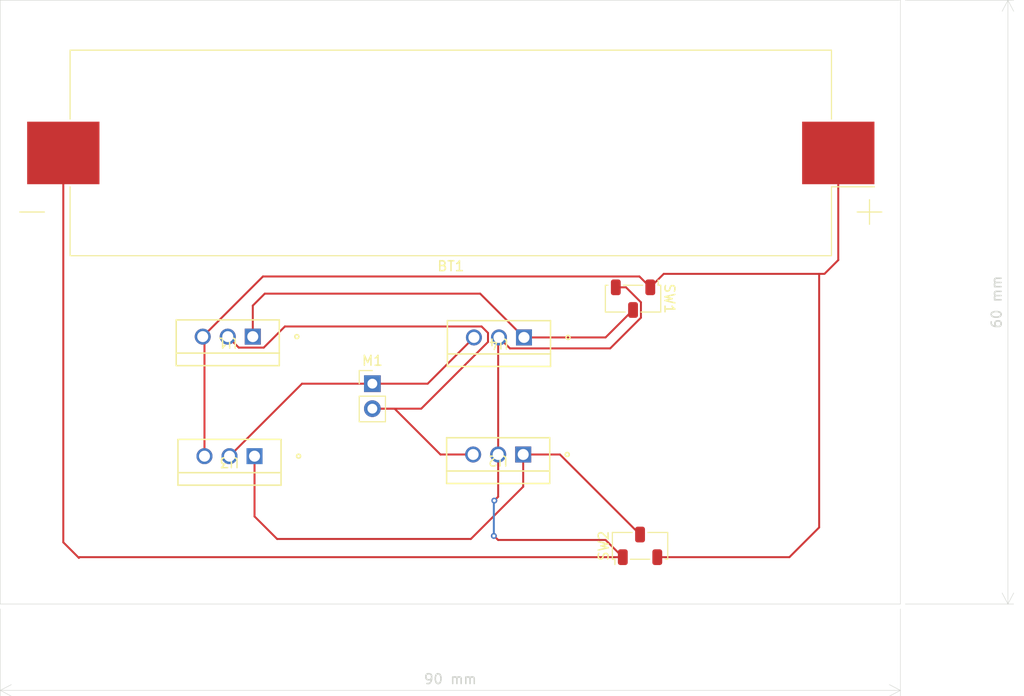
<source format=kicad_pcb>
(kicad_pcb (version 20240108) (generator "pcbnew") (generator_version "8.0")
  (layers (0 "F.Cu" signal) (31 "B.Cu" signal) (34 "B.Paste" user) (35 "F.Paste" user) (36 "B.SilkS" user "B.Silkscreen") (37 "F.SilkS" user "F.Silkscreen") (38 "B.Mask" user) (39 "F.Mask" user) (44 "Edge.Cuts" user))
  (net 0 "")
  (net 1 "Net-(BT1-+)")
  (net 2 "Net-(BT1--)")
  (net 3 "Net-(M1--)")
  (net 4 "Net-(M1-+)")
  (net 5 "Net-(SW1-B)")
  (net 6 "Net-(SW2-B)")
  (footprint "Battery:BatteryHolder_Keystone_1042_1x18650" (layer "F.Cu") (at 151.74 82.07 180)
    (property "Reference" "BT1" (at 0 -11.5 180) (layer "F.SilkS"))
    (property "Value" "Battery")
    (fp_line (start 43.75 -6) (end 41.25 -6) (stroke (width 0.12)) (layer "F.SilkS"))
    (fp_line (start 38.64 10.44) (end -38.64 10.44) (stroke (width 0.12)) (layer "F.SilkS"))
    (fp_line (start 38.64 3.44) (end 38.64 10.44) (stroke (width 0.12)) (layer "F.SilkS"))
    (fp_line (start 38.64 -3.44) (end 38.64 -10.42) (stroke (width 0.12)) (layer "F.SilkS"))
    (fp_line (start 38.64 -10.44) (end -38.64 -10.44) (stroke (width 0.12)) (layer "F.SilkS"))
    (fp_line (start -38.64 10.44) (end -38.64 3.44) (stroke (width 0.12)) (layer "F.SilkS"))
    (fp_line (start -38.64 -3.44) (end -43 -3.44) (stroke (width 0.12)) (layer "F.SilkS"))
    (fp_line (start -38.64 -10.44) (end -38.64 -3.44) (stroke (width 0.12)) (layer "F.SilkS"))
    (fp_line (start -42.5 -4.75) (end -42.5 -7.25) (stroke (width 0.12)) (layer "F.SilkS"))
    (fp_line (start -43.75 -6) (end -41.25 -6) (stroke (width 0.12)) (layer "F.SilkS"))
    (pad "" np_thru_hole circle (at -35.93 -8 180) (size 2.39 2.39) (drill 2.39) (layers "*.Cu" "*.Mask"))
    (pad "" np_thru_hole circle (at -27.6 8 180) (size 3.45 3.45) (drill 3.45) (layers "*.Cu" "*.Mask"))
    (pad "" np_thru_hole circle (at 27.6 -8 180) (size 3.45 3.45) (drill 3.45) (layers "*.Cu" "*.Mask"))
    (pad "1" smd rect (at -39.33 0 180) (size 7.34 6.35) (layers "F.Cu" "F.Paste" "F.Mask") (net 1 "Net-(BT1-+)"))
    (pad "2" smd rect (at 39.33 0 180) (size 7.34 6.35) (layers "F.Cu" "F.Paste" "F.Mask") (net 2 "Net-(BT1--)"))
  )
  (footprint "Button_Switch_SMD:Nidec_Copal_CAS-120A" (layer "F.Cu") (at 170.95 121.98 90)
    (property "Reference" "SW2" (at 0 -3.7 90) (layer "F.SilkS"))
    (property "Value" "SW_Nidec_CAS-120A1")
    (fp_line (start 1.36 -2.81) (end 1.36 -0.8) (stroke (width 0.12)) (layer "F.SilkS"))
    (fp_line (start -1.36 -2.81) (end 1.36 -2.81) (stroke (width 0.12)) (layer "F.SilkS"))
    (fp_line (start -1.36 -2.55) (end -1.36 -2.8) (stroke (width 0.12)) (layer "F.SilkS"))
    (fp_line (start -1.36 -2.55) (end -1.9 -2.55) (stroke (width 0.12)) (layer "F.SilkS"))
    (fp_line (start -1.36 -0.98) (end -1.36 0.98) (stroke (width 0.12)) (layer "F.SilkS"))
    (fp_line (start 1.36 0.8) (end 1.36 2.81) (stroke (width 0.12)) (layer "F.SilkS"))
    (fp_line (start 1.35 2.81) (end -1.35 2.81) (stroke (width 0.12)) (layer "F.SilkS"))
    (fp_line (start -1.36 2.81) (end -1.36 2.55) (stroke (width 0.12)) (layer "F.SilkS"))
    (pad "1" smd roundrect (at -1.15 -1.75) (size 1 1.6) (layers "F.Cu" "F.Paste" "F.Mask") (net 2 "Net-(BT1--)"))
    (pad "2" smd roundrect (at 1.15 0) (size 1 1.6) (layers "F.Cu" "F.Paste" "F.Mask") (net 6 "Net-(SW2-B)"))
    (pad "3" smd roundrect (at -1.15 1.75) (size 1 1.6) (layers "F.Cu" "F.Paste" "F.Mask") (net 1 "Net-(BT1-+)"))
  )
  (footprint "footprints:PG-TO220-3_INF" (layer "F.Cu") (at 159.17 100.81 180)
    (property "Reference" "U4" (at 2.54 -0.6223 180) (layer "F.SilkS"))
    (property "Value" "IRFZ44NPBF")
    (fp_line (start 7.7724 1.7018) (end 7.7724 -2.9464) (stroke (width 0.1524)) (layer "F.SilkS"))
    (fp_line (start 7.7724 -2.9464) (end -2.6924 -2.9464) (stroke (width 0.1524)) (layer "F.SilkS"))
    (fp_line (start -2.5654 -1.6764) (end 7.6454 -1.6764) (stroke (width 0.1524)) (layer "F.SilkS"))
    (fp_line (start -2.6924 1.7018) (end 7.7724 1.7018) (stroke (width 0.1524)) (layer "F.SilkS"))
    (fp_line (start -2.6924 -2.9464) (end -2.6924 1.7018) (stroke (width 0.1524)) (layer "F.SilkS"))
    (fp_circle (center -4.4704 0) (end -4.2672 0) (stroke (width 0.1524)) (fill none) (layer "F.SilkS"))
    (pad "1" thru_hole rect (at 0 0 180) (size 1.6256 1.6256) (drill 1.1176) (layers "*.Cu" "*.Mask") (net 5 "Net-(SW1-B)"))
    (pad "2" thru_hole circle (at 2.54 0 180) (size 1.6256 1.6256) (drill 1.1176) (layers "*.Cu" "*.Mask") (net 2 "Net-(BT1--)"))
    (pad "3" thru_hole circle (at 5.08 0 180) (size 1.6256 1.6256) (drill 1.1176) (layers "*.Cu" "*.Mask") (net 4 "Net-(M1-+)"))
  )
  (footprint "Button_Switch_SMD:Nidec_Copal_CAS-120A" (layer "F.Cu") (at 170.24 96.87 -90)
    (property "Reference" "SW1" (at 0 -3.7 -90) (layer "F.SilkS"))
    (property "Value" "SW_Nidec_CAS-120A1")
    (fp_line (start -1.36 2.81) (end -1.36 2.55) (stroke (width 0.12)) (layer "F.SilkS"))
    (fp_line (start 1.35 2.81) (end -1.35 2.81) (stroke (width 0.12)) (layer "F.SilkS"))
    (fp_line (start 1.36 0.8) (end 1.36 2.81) (stroke (width 0.12)) (layer "F.SilkS"))
    (fp_line (start -1.36 -0.98) (end -1.36 0.98) (stroke (width 0.12)) (layer "F.SilkS"))
    (fp_line (start -1.36 -2.55) (end -1.9 -2.55) (stroke (width 0.12)) (layer "F.SilkS"))
    (fp_line (start -1.36 -2.55) (end -1.36 -2.8) (stroke (width 0.12)) (layer "F.SilkS"))
    (fp_line (start -1.36 -2.81) (end 1.36 -2.81) (stroke (width 0.12)) (layer "F.SilkS"))
    (fp_line (start 1.36 -2.81) (end 1.36 -0.8) (stroke (width 0.12)) (layer "F.SilkS"))
    (pad "1" smd roundrect (at -1.15 -1.75 180) (size 1 1.6) (layers "F.Cu" "F.Paste" "F.Mask") (net 1 "Net-(BT1-+)"))
    (pad "2" smd roundrect (at 1.15 0 180) (size 1 1.6) (layers "F.Cu" "F.Paste" "F.Mask") (net 5 "Net-(SW1-B)"))
    (pad "3" smd roundrect (at -1.15 1.75 180) (size 1 1.6) (layers "F.Cu" "F.Paste" "F.Mask") (net 2 "Net-(BT1--)"))
  )
  (footprint "footprints:PG-TO220-3_INF" (layer "F.Cu") (at 159.09 112.7 180)
    (property "Reference" "U2" (at 2.54 -0.6223 180) (layer "F.SilkS"))
    (property "Value" "IRFZ44NPBF")
    (fp_line (start 7.7724 1.7018) (end 7.7724 -2.9464) (stroke (width 0.1524)) (layer "F.SilkS"))
    (fp_line (start 7.7724 -2.9464) (end -2.6924 -2.9464) (stroke (width 0.1524)) (layer "F.SilkS"))
    (fp_line (start -2.5654 -1.6764) (end 7.6454 -1.6764) (stroke (width 0.1524)) (layer "F.SilkS"))
    (fp_line (start -2.6924 1.7018) (end 7.7724 1.7018) (stroke (width 0.1524)) (layer "F.SilkS"))
    (fp_line (start -2.6924 -2.9464) (end -2.6924 1.7018) (stroke (width 0.1524)) (layer "F.SilkS"))
    (fp_circle (center -4.4704 0) (end -4.2672 0) (stroke (width 0.1524)) (fill none) (layer "F.SilkS"))
    (pad "1" thru_hole rect (at 0 0 180) (size 1.6256 1.6256) (drill 1.1176) (layers "*.Cu" "*.Mask") (net 6 "Net-(SW2-B)"))
    (pad "2" thru_hole circle (at 2.54 0 180) (size 1.6256 1.6256) (drill 1.1176) (layers "*.Cu" "*.Mask") (net 2 "Net-(BT1--)"))
    (pad "3" thru_hole circle (at 5.08 0 180) (size 1.6256 1.6256) (drill 1.1176) (layers "*.Cu" "*.Mask") (net 3 "Net-(M1--)"))
  )
  (footprint "Connector_PinHeader_2.54mm:PinHeader_1x02_P2.54mm_Vertical" (layer "F.Cu") (at 143.78 105.505)
    (property "Reference" "M1" (at 0 -2.33 0) (layer "F.SilkS"))
    (property "Value" "Motor_DC")
    (fp_line (start -1.33 -1.33) (end 0 -1.33) (stroke (width 0.12)) (layer "F.SilkS"))
    (fp_line (start -1.33 0) (end -1.33 -1.33) (stroke (width 0.12)) (layer "F.SilkS"))
    (fp_line (start -1.33 1.27) (end -1.33 3.87) (stroke (width 0.12)) (layer "F.SilkS"))
    (fp_line (start -1.33 1.27) (end 1.33 1.27) (stroke (width 0.12)) (layer "F.SilkS"))
    (fp_line (start -1.33 3.87) (end 1.33 3.87) (stroke (width 0.12)) (layer "F.SilkS"))
    (fp_line (start 1.33 1.27) (end 1.33 3.87) (stroke (width 0.12)) (layer "F.SilkS"))
    (pad "1" thru_hole rect (at 0 0) (size 1.7 1.7) (drill 1) (layers "*.Cu" "*.Mask") (net 4 "Net-(M1-+)"))
    (pad "2" thru_hole oval (at 0 2.54) (size 1.7 1.7) (drill 1) (layers "*.Cu" "*.Mask") (net 3 "Net-(M1--)"))
  )
  (footprint "footprints:PG-TO220-3_INF" (layer "F.Cu") (at 131.6429 100.7277 180)
    (property "Reference" "U1" (at 2.54 -0.6223 180) (layer "F.SilkS"))
    (property "Value" "IRFZ44NPBF")
    (fp_line (start 7.7724 1.7018) (end 7.7724 -2.9464) (stroke (width 0.1524)) (layer "F.SilkS"))
    (fp_line (start 7.7724 -2.9464) (end -2.6924 -2.9464) (stroke (width 0.1524)) (layer "F.SilkS"))
    (fp_line (start -2.5654 -1.6764) (end 7.6454 -1.6764) (stroke (width 0.1524)) (layer "F.SilkS"))
    (fp_line (start -2.6924 1.7018) (end 7.7724 1.7018) (stroke (width 0.1524)) (layer "F.SilkS"))
    (fp_line (start -2.6924 -2.9464) (end -2.6924 1.7018) (stroke (width 0.1524)) (layer "F.SilkS"))
    (fp_circle (center -4.4704 0) (end -4.2672 0) (stroke (width 0.1524)) (fill none) (layer "F.SilkS"))
    (pad "1" thru_hole rect (at 0 0 180) (size 1.6256 1.6256) (drill 1.1176) (layers "*.Cu" "*.Mask") (net 5 "Net-(SW1-B)"))
    (pad "2" thru_hole circle (at 2.54 0 180) (size 1.6256 1.6256) (drill 1.1176) (layers "*.Cu" "*.Mask") (net 3 "Net-(M1--)"))
    (pad "3" thru_hole circle (at 5.08 0 180) (size 1.6256 1.6256) (drill 1.1176) (layers "*.Cu" "*.Mask") (net 1 "Net-(BT1-+)"))
  )
  (footprint "footprints:PG-TO220-3_INF" (layer "F.Cu") (at 131.82 112.87 180)
    (property "Reference" "U3" (at 2.54 -0.6223 180) (layer "F.SilkS"))
    (property "Value" "IRFZ44NPBF")
    (fp_line (start 7.7724 1.7018) (end 7.7724 -2.9464) (stroke (width 0.1524)) (layer "F.SilkS"))
    (fp_line (start 7.7724 -2.9464) (end -2.6924 -2.9464) (stroke (width 0.1524)) (layer "F.SilkS"))
    (fp_line (start -2.5654 -1.6764) (end 7.6454 -1.6764) (stroke (width 0.1524)) (layer "F.SilkS"))
    (fp_line (start -2.6924 1.7018) (end 7.7724 1.7018) (stroke (width 0.1524)) (layer "F.SilkS"))
    (fp_line (start -2.6924 -2.9464) (end -2.6924 1.7018) (stroke (width 0.1524)) (layer "F.SilkS"))
    (fp_circle (center -4.4704 0) (end -4.2672 0) (stroke (width 0.1524)) (fill none) (layer "F.SilkS"))
    (pad "1" thru_hole rect (at 0 0 180) (size 1.6256 1.6256) (drill 1.1176) (layers "*.Cu" "*.Mask") (net 6 "Net-(SW2-B)"))
    (pad "2" thru_hole circle (at 2.54 0 180) (size 1.6256 1.6256) (drill 1.1176) (layers "*.Cu" "*.Mask") (net 4 "Net-(M1-+)"))
    (pad "3" thru_hole circle (at 5.08 0 180) (size 1.6256 1.6256) (drill 1.1176) (layers "*.Cu" "*.Mask") (net 1 "Net-(BT1-+)"))
  )
  (gr_rect (start 106.01 66.56) (end 197.38 127.89) (stroke (width 0.05)) (fill none) (layer "Edge.Cuts"))
  (dimension (type aligned) (layer "Edge.Cuts") (pts (xy 197.38 127.89) (xy 197.38 66.56)) (height 10.91) (gr_text "60 mm" (at 207.14 97.225 90) (layer "Edge.Cuts") (effects (font (size 1 1) (thickness 0.15)))) (format (prefix "") (suffix "") (units 3) (units_format 1) (precision 4) (override_value "60")) (style (thickness 0.05) (arrow_length 1.27) (text_position_mode 0) (extension_height 0.58642) (extension_offset 0.5) keep_text_aligned))
  (dimension (type aligned) (layer "Edge.Cuts") (pts (xy 106.01 127.89) (xy 197.38 127.89)) (height 8.77) (gr_text "90 mm" (at 151.695 135.51 0) (layer "Edge.Cuts") (effects (font (size 1 1) (thickness 0.15)))) (format (prefix "") (suffix "") (units 3) (units_format 1) (precision 4) (override_value "90")) (style (thickness 0.05) (arrow_length 1.27) (text_position_mode 0) (extension_height 0.58642) (extension_offset 0.5) keep_text_aligned))
  (segment (start 171.99 95.72) (end 170.89 94.62) (width 0.2) (layer "F.Cu") (net 1))
  (segment (start 172.7 123.13) (end 186.11 123.13) (width 0.2) (layer "F.Cu") (net 1))
  (segment (start 191.07 92.95) (end 191.07 82.07) (width 0.2) (layer "F.Cu") (net 1))
  (segment (start 171.99 95.72) (end 173.36 94.35) (width 0.2) (layer "F.Cu") (net 1))
  (segment (start 132.6706 94.62) (end 126.5629 100.7277) (width 0.2) (layer "F.Cu") (net 1))
  (segment (start 126.74 100.9048) (end 126.5629 100.7277) (width 0.2) (layer "F.Cu") (net 1))
  (segment (start 189.67 94.35) (end 191.07 92.95) (width 0.2) (layer "F.Cu") (net 1))
  (segment (start 173.36 94.35) (end 189.13 94.35) (width 0.2) (layer "F.Cu") (net 1))
  (segment (start 186.11 123.13) (end 189.13 120.11) (width 0.2) (layer "F.Cu") (net 1))
  (segment (start 170.89 94.62) (end 132.6706 94.62) (width 0.2) (layer "F.Cu") (net 1))
  (segment (start 189.13 120.11) (end 189.13 94.35) (width 0.2) (layer "F.Cu") (net 1))
  (segment (start 189.13 94.35) (end 189.67 94.35) (width 0.2) (layer "F.Cu") (net 1))
  (segment (start 126.74 112.87) (end 126.74 100.9048) (width 0.2) (layer "F.Cu") (net 1))
  (segment (start 169.2 123.13) (end 114.06 123.13) (width 0.2) (layer "F.Cu") (net 2))
  (segment (start 112.41 121.62) (end 112.41 82.07) (width 0.2) (layer "F.Cu") (net 2))
  (segment (start 171.04 97.235256) (end 171.04 98.804744) (width 0.2) (layer "F.Cu") (net 2))
  (segment (start 169.524744 95.72) (end 171.04 97.235256) (width 0.2) (layer "F.Cu") (net 2))
  (segment (start 168.49 95.72) (end 169.524744 95.72) (width 0.2) (layer "F.Cu") (net 2))
  (segment (start 156.13 120.97) (end 156.11 120.97) (width 0.2) (layer "F.Cu") (net 2))
  (segment (start 171.04 98.804744) (end 167.921944 101.9228) (width 0.2) (layer "F.Cu") (net 2))
  (segment (start 156.55 100.89) (end 156.63 100.81) (width 0.2) (layer "F.Cu") (net 2))
  (segment (start 156.54 121.38) (end 156.13 120.97) (width 0.2) (layer "F.Cu") (net 2))
  (segment (start 114.06 123.13) (end 113.99 123.2) (width 0.2) (layer "F.Cu") (net 2))
  (segment (start 157.7428 101.9228) (end 156.63 100.81) (width 0.2) (layer "F.Cu") (net 2))
  (segment (start 156.55 116.99) (end 156.55 112.7) (width 0.2) (layer "F.Cu") (net 2))
  (segment (start 156.55 112.7) (end 156.55 100.89) (width 0.2) (layer "F.Cu") (net 2))
  (segment (start 156.16 117.38) (end 156.55 116.99) (width 0.2) (layer "F.Cu") (net 2))
  (segment (start 169.2 123.13) (end 167.45 121.38) (width 0.2) (layer "F.Cu") (net 2))
  (segment (start 113.99 123.2) (end 112.41 121.62) (width 0.2) (layer "F.Cu") (net 2))
  (segment (start 167.45 121.38) (end 156.54 121.38) (width 0.2) (layer "F.Cu") (net 2))
  (segment (start 167.921944 101.9228) (end 157.7428 101.9228) (width 0.2) (layer "F.Cu") (net 2))
  (via (at 156.11 120.97) (size 0.6) (drill 0.3) (layers "F.Cu" "B.Cu") (net 2))
  (via (at 156.16 117.38) (size 0.6) (drill 0.3) (layers "F.Cu" "B.Cu") (net 2))
  (segment (start 156.11 120.97) (end 156.11 117.43) (width 0.2) (layer "B.Cu") (net 2))
  (segment (start 156.11 117.43) (end 156.16 117.38) (width 0.2) (layer "B.Cu") (net 2))
  (segment (start 156.42 112.83) (end 156.55 112.7) (width 0.2) (layer "B.Cu") (net 2))
  (segment (start 132.7558 101.8404) (end 130.2156 101.8404) (width 0.2) (layer "F.Cu") (net 3))
  (segment (start 143.78 108.045) (end 148.743137 108.045) (width 0.2) (layer "F.Cu") (net 3))
  (segment (start 134.899 99.6972) (end 132.7558 101.8404) (width 0.2) (layer "F.Cu") (net 3))
  (segment (start 154.01 112.7) (end 150.69 112.7) (width 0.2) (layer "F.Cu") (net 3))
  (segment (start 155.5172 101.270937) (end 155.5172 100.349063) (width 0.2) (layer "F.Cu") (net 3))
  (segment (start 143.78 108.045) (end 146.035 108.045) (width 0.2) (layer "F.Cu") (net 3))
  (segment (start 146.035 108.045) (end 150.69 112.7) (width 0.2) (layer "F.Cu") (net 3))
  (segment (start 130.2156 101.8404) (end 129.1029 100.7277) (width 0.2) (layer "F.Cu") (net 3))
  (segment (start 148.743137 108.045) (end 155.5172 101.270937) (width 0.2) (layer "F.Cu") (net 3))
  (segment (start 155.5172 100.349063) (end 154.865337 99.6972) (width 0.2) (layer "F.Cu") (net 3))
  (segment (start 154.865337 99.6972) (end 134.899 99.6972) (width 0.2) (layer "F.Cu") (net 3))
  (segment (start 149.395 105.505) (end 154.09 100.81) (width 0.2) (layer "F.Cu") (net 4))
  (segment (start 136.655 105.505) (end 143.78 105.505) (width 0.2) (layer "F.Cu") (net 4))
  (segment (start 143.78 105.505) (end 149.395 105.505) (width 0.2) (layer "F.Cu") (net 4))
  (segment (start 129.28 112.87) (end 136.65 105.5) (width 0.2) (layer "F.Cu") (net 4))
  (segment (start 136.65 105.5) (end 136.655 105.505) (width 0.2) (layer "F.Cu") (net 4))
  (segment (start 131.6429 97.5771) (end 132.86 96.36) (width 0.2) (layer "F.Cu") (net 5))
  (segment (start 170.24 98.02) (end 167.45 100.81) (width 0.2) (layer "F.Cu") (net 5))
  (segment (start 154.72 96.36) (end 159.17 100.81) (width 0.2) (layer "F.Cu") (net 5))
  (segment (start 131.6429 100.7277) (end 131.6429 97.5771) (width 0.2) (layer "F.Cu") (net 5))
  (segment (start 167.45 100.81) (end 159.17 100.81) (width 0.2) (layer "F.Cu") (net 5))
  (segment (start 132.86 96.36) (end 154.72 96.36) (width 0.2) (layer "F.Cu") (net 5))
  (segment (start 131.82 112.87) (end 131.82 118.99) (width 0.2) (layer "F.Cu") (net 6))
  (segment (start 170.95 120.83) (end 162.82 112.7) (width 0.2) (layer "F.Cu") (net 6))
  (segment (start 131.82 118.99) (end 134.11 121.28) (width 0.2) (layer "F.Cu") (net 6))
  (segment (start 153.78 121.28) (end 159.09 115.97) (width 0.2) (layer "F.Cu") (net 6))
  (segment (start 159.09 115.97) (end 159.09 112.7) (width 0.2) (layer "F.Cu") (net 6))
  (segment (start 134.11 121.28) (end 153.78 121.28) (width 0.2) (layer "F.Cu") (net 6))
  (segment (start 162.82 112.7) (end 159.09 112.7) (width 0.2) (layer "F.Cu") (net 6))
)
</source>
